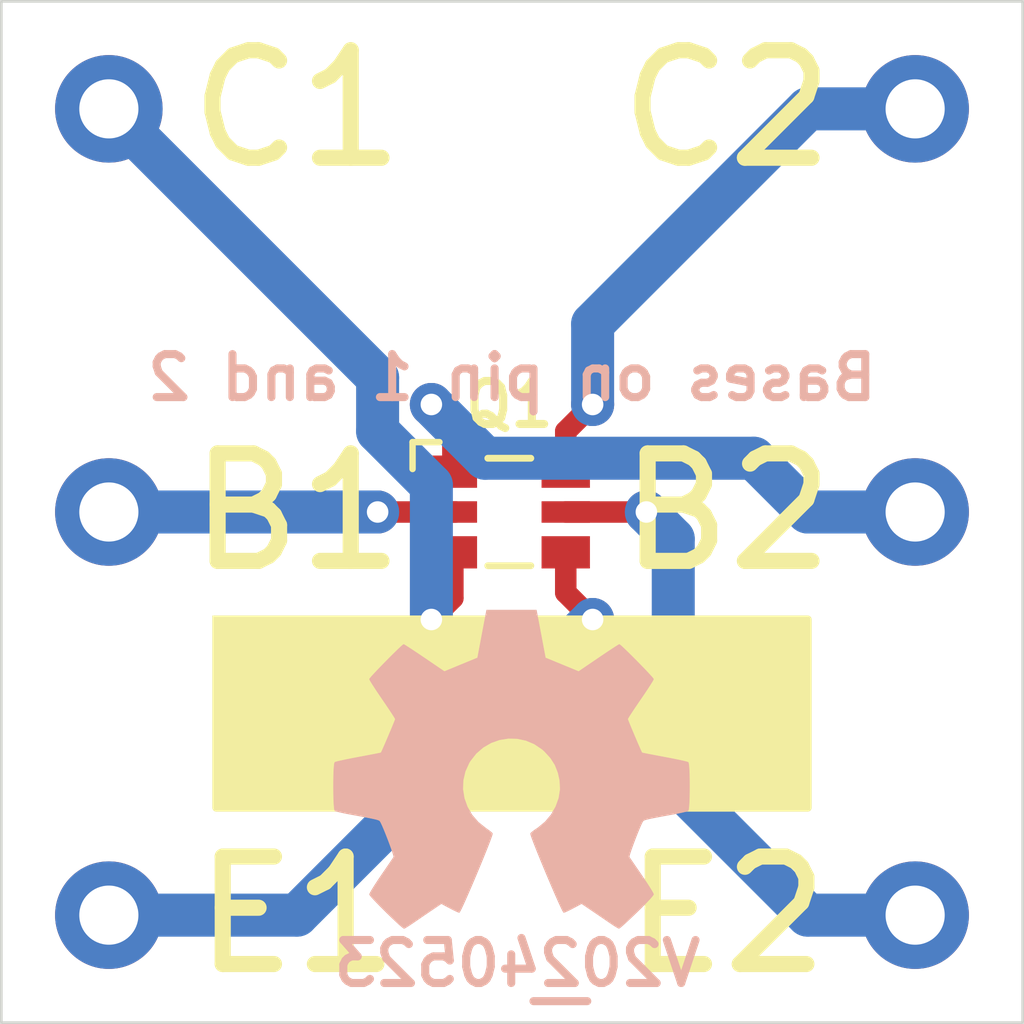
<source format=kicad_pcb>
(kicad_pcb (version 20221018) (generator pcbnew)
  (layers (0 "F.Cu" mixed) (31 "B.Cu" mixed) (34 "B.Paste" user) (35 "F.Paste" user) (36 "B.SilkS" user "B.Silkscreen") (37 "F.SilkS" user "F.Silkscreen") (38 "B.Mask" user) (39 "F.Mask" user) (44 "Edge.Cuts" user))
  (net 0 "")
  (net 1 "Net-(J1-Pin_1)")
  (net 2 "Net-(J2-Pin_1)")
  (net 3 "Net-(J3-Pin_1)")
  (net 4 "Net-(J4-Pin_1)")
  (net 5 "Net-(J5-Pin_1)")
  (net 6 "Net-(J6-Pin_1)")
  (footprint "mill-max:PC_pin_nail_head_6092" (layer "F.Cu") (at 142.5 62.5)
    (fp_text reference "J1")
    (fp_text value "C1" (at 3.5 0) (layer "F.SilkS") (effects (font (size 2 2) (thickness 0.3))))
    (pad "1" thru_hole circle locked (at 0 0) (size 2 2) (drill 1.1) (layers "*.Cu" "*.Mask") (net 1 "Net-(J1-Pin_1)"))
  )
  (footprint "mill-max:PC_pin_nail_head_6092" (layer "F.Cu") (at 142.5 70)
    (fp_text reference "J2")
    (fp_text value "B1" (at 3.5 0) (layer "F.SilkS") (effects (font (size 2 2) (thickness 0.3))))
    (pad "1" thru_hole circle locked (at 0 0) (size 2 2) (drill 1.1) (layers "*.Cu" "*.Mask") (net 2 "Net-(J2-Pin_1)"))
  )
  (footprint "mill-max:PC_pin_nail_head_6092" (layer "F.Cu") (at 142.5 77.5)
    (fp_text reference "J3")
    (fp_text value "E1" (at 3.5 0) (layer "F.SilkS") (effects (font (size 2 2) (thickness 0.3))))
    (pad "1" thru_hole circle locked (at 0 0) (size 2 2) (drill 1.1) (layers "*.Cu" "*.Mask") (net 3 "Net-(J3-Pin_1)"))
  )
  (footprint "mill-max:PC_pin_nail_head_6092" (layer "F.Cu") (at 157.5 70)
    (fp_text reference "J5")
    (fp_text value "B2" (at -3.5 0) (layer "F.SilkS") (effects (font (size 2 2) (thickness 0.3))))
    (pad "1" thru_hole circle locked (at 0 0) (size 2 2) (drill 1.1) (layers "*.Cu" "*.Mask") (net 5 "Net-(J5-Pin_1)"))
  )
  (footprint "mill-max:PC_pin_nail_head_6092" (layer "F.Cu") (at 157.5 62.5)
    (fp_text reference "J6")
    (fp_text value "C2" (at -3.5 0) (layer "F.SilkS") (effects (font (size 2 2) (thickness 0.3))))
    (pad "1" thru_hole circle locked (at 0 0) (size 2 2) (drill 1.1) (layers "*.Cu" "*.Mask") (net 6 "Net-(J6-Pin_1)"))
  )
  (footprint "mill-max:PC_pin_nail_head_6092" (layer "F.Cu") (at 157.5 77.5)
    (fp_text reference "J4")
    (fp_text value "E2" (at -3.5 0) (layer "F.SilkS") (effects (font (size 2 2) (thickness 0.3))))
    (pad "1" thru_hole circle locked (at 0 0) (size 2 2) (drill 1.1) (layers "*.Cu" "*.Mask") (net 4 "Net-(J4-Pin_1)"))
  )
  (footprint "SquantorIC:SOT363-NXP-hand" (layer "F.Cu") (at 149.95 70)
    (fp_text reference "Q1" (at 0 -2) (layer "F.SilkS") (effects (font (size 0.8 0.8))))
    (fp_text value "~")
    (fp_line (start -1.8 -1.3) (end -1.8 -0.8) (stroke (width 0.12)) (layer "F.SilkS"))
    (fp_line (start -1.8 -1.3) (end -1.3 -1.3) (stroke (width 0.12)) (layer "F.SilkS"))
    (fp_line (start -0.4 -1) (end 0.4 -1) (stroke (width 0.127)) (layer "F.SilkS"))
    (fp_line (start -0.4 1) (end 0.4 1) (stroke (width 0.127)) (layer "F.SilkS"))
    (pad "1" smd rect (at -1.05 -0.75 270) (size 0.6 0.9) (layers "F.Cu" "F.Paste" "F.Mask") (net 5 "Net-(J5-Pin_1)"))
    (pad "2" smd rect (at -1.05 0 270) (size 0.4 0.9) (layers "F.Cu" "F.Paste" "F.Mask") (net 2 "Net-(J2-Pin_1)"))
    (pad "3" smd rect (at -1.05 0.75 270) (size 0.6 0.9) (layers "F.Cu" "F.Paste" "F.Mask") (net 1 "Net-(J1-Pin_1)"))
    (pad "4" smd rect (at 1.05 0.75 270) (size 0.6 0.9) (layers "F.Cu" "F.Paste" "F.Mask") (net 3 "Net-(J3-Pin_1)"))
    (pad "5" smd rect (at 1.05 0 270) (size 0.4 0.9) (layers "F.Cu" "F.Paste" "F.Mask") (net 4 "Net-(J4-Pin_1)"))
    (pad "6" smd rect (at 1.05 -0.75 270) (size 0.6 0.9) (layers "F.Cu" "F.Paste" "F.Mask") (net 6 "Net-(J6-Pin_1)"))
  )
  (footprint "Symbol:OSHW-Symbol_6.7x6mm_SilkScreen" (layer "B.Cu") (at 150 74.8 180)
    (fp_text reference "N2" hide)
    (fp_text value "OHWLOGO" hide)
    (fp_poly (pts (xy 0.555814 2.531069) (xy 0.639635 2.086445) (xy 0.94892 1.958947) (xy 1.258206 1.831449) (xy 1.629246 2.083754) (xy 1.733157 2.154004) (xy 1.827087 2.216728) (xy 1.906652 2.269062) (xy 1.96747 2.308143) (xy 2.005157 2.331107) (xy 2.015421 2.336058) (xy 2.03391 2.323324) (xy 2.07342 2.288118) (xy 2.129522 2.234938) (xy 2.197787 2.168282) (xy 2.273786 2.092646) (xy 2.353092 2.012528) (xy 2.431275 1.932426) (xy 2.503907 1.856836) (xy 2.566559 1.790255) (xy 2.614803 1.737182) (xy 2.64421 1.702113) (xy 2.651241 1.690377) (xy 2.641123 1.66874) (xy 2.612759 1.621338) (xy 2.569129 1.552807) (xy 2.513218 1.467785) (xy 2.448006 1.370907) (xy 2.410219 1.31565) (xy 2.341343 1.214752) (xy 2.28014 1.123701) (xy 2.229578 1.04703) (xy 2.192628 0.989272) (xy 2.172258 0.954957) (xy 2.169197 0.947746) (xy 2.176136 0.927252) (xy 2.195051 0.879487) (xy 2.223087 0.811168) (xy 2.257391 0.729011) (xy 2.295109 0.63973) (xy 2.333387 0.550042) (xy 2.36937 0.466662) (xy 2.400206 0.396306) (xy 2.423039 0.34569) (xy 2.435017 0.321529) (xy 2.435724 0.320578) (xy 2.454531 0.315964) (xy 2.504618 0.305672) (xy 2.580793 0.290713) (xy 2.677865 0.272099) (xy 2.790643 0.250841) (xy 2.856442 0.238582) (xy 2.97695 0.215638) (xy 3.085797 0.193805) (xy 3.177476 0.174278) (xy 3.246481 0.158252) (xy 3.287304 0.146921) (xy 3.295511 0.143326) (xy 3.303548 0.118994) (xy 3.310033 0.064041) (xy 3.31497 -0.015108) (xy 3.318364 -0.112026) (xy 3.320218 -0.220287) (xy 3.320538 -0.333465) (xy 3.319327 -0.445135) (xy 3.31659 -0.548868) (xy 3.312331 -0.638241) (xy 3.306555 -0.706826) (xy 3.299267 -0.748197) (xy 3.294895 -0.75681) (xy 3.268764 -0.767133) (xy 3.213393 -0.781892) (xy 3.136107 -0.799352) (xy 3.04423 -0.81778) (xy 3.012158 -0.823741) (xy 2.857524 -0.852066) (xy 2.735375 -0.874876) (xy 2.641673 -0.89308) (xy 2.572384 -0.907583) (xy 2.523471 -0.919292) (xy 2.490897 -0.929115) (xy 2.470628 -0.937956) (xy 2.458626 -0.946724) (xy 2.456947 -0.948457) (xy 2.440184 -0.976371) (xy 2.414614 -1.030695) (xy 2.382788 -1.104777) (xy 2.34726 -1.191965) (xy 2.310583 -1.285608) (xy 2.275311 -1.379052) (xy 2.243996 -1.465647) (xy 2.219193 -1.53874) (xy 2.203454 -1.591678) (xy 2.199332 -1.617811) (xy 2.199676 -1.618726) (xy 2.213641 -1.640086) (xy 2.245322 -1.687084) (xy 2.291391 -1.754827) (xy 2.348518 -1.838423) (xy 2.413373 -1.932982) (xy 2.431843 -1.959854) (xy 2.497699 -2.057275) (xy 2.55565 -2.146163) (xy 2.602538 -2.221412) (xy 2.635207 -2.27792) (xy 2.6505 -2.310581) (xy 2.651241 -2.314593) (xy 2.638392 -2.335684) (xy 2.602888 -2.377464) (xy 2.549293 -2.435445) (xy 2.482171 -2.505135) (xy 2.406087 -2.582045) (xy 2.325604 -2.661683) (xy 2.245287 -2.739561) (xy 2.169699 -2.811186) (xy 2.103405 -2.87207) (xy 2.050969 -2.917721) (xy 2.016955 -2.94365) (xy 2.007545 -2.947883) (xy 1.985643 -2.937912) (xy 1.9408 -2.91102) (xy 1.880321 -2.871736) (xy 1.833789 -2.840117) (xy 1.749475 -2.782098) (xy 1.649626 -2.713784) (xy 1.549473 -2.645579) (xy 1.495627 -2.609075) (xy 1.313371 -2.4858) (xy 1.160381 -2.56852) (xy 1.090682 -2.604759) (xy 1.031414 -2.632926) (xy 0.991311 -2.648991) (xy 0.981103 -2.651226) (xy 0.968829 -2.634722) (xy 0.944613 -2.588082) (xy 0.910263 -2.515609) (xy 0.867588 -2.421606) (xy 0.818394 -2.310374) (xy 0.76449 -2.186215) (xy 0.707684 -2.053432) (xy 0.649782 -1.916327) (xy 0.592593 -1.779202) (xy 0.537924 -1.646358) (xy 0.487584 -1.522098) (xy 0.44338 -1.410725) (xy 0.407119 -1.316539) (xy 0.380609 -1.243844) (xy 0.365658 -1.196941) (xy 0.363254 -1.180833) (xy 0.382311 -1.160286) (xy 0.424036 -1.126933) (xy 0.479706 -1.087702) (xy 0.484378 -1.084599) (xy 0.628264 -0.969423) (xy 0.744283 -0.835053) (xy 0.83143 -0.685784) (xy 0.888699 -0.525913) (xy 0.915086 -0.359737) (xy 0.909585 -0.191552) (xy 0.87119 -0.025655) (xy 0.798895 0.133658) (xy 0.777626 0.168513) (xy 0.666996 0.309263) (xy 0.536302 0.422286) (xy 0.390064 0.506997) (xy 0.232808 0.562806) (xy 0.069057 0.589126) (xy -0.096667 0.58537) (xy -0.259838 0.55095) (xy -0.415935 0.485277) (xy -0.560433 0.387765) (xy -0.605131 0.348187) (xy -0.718888 0.224297) (xy -0.801782 0.093876) (xy -0.858644 -0.052315) (xy -0.890313 -0.197088) (xy -0.898131 -0.35986) (xy -0.872062 -0.52344) (xy -0.814755 -0.682298) (xy -0.728856 -0.830906) (xy -0.617014 -0.963735) (xy -0.481877 -1.075256) (xy -0.464117 -1.087011) (xy -0.40785 -1.125508) (xy -0.365077 -1.158863) (xy -0.344628 -1.18016) (xy -0.344331 -1.180833) (xy -0.348721 -1.203871) (xy -0.366124 -1.256157) (xy -0.394732 -1.33339) (xy -0.432735 -1.431268) (xy -0.478326 -1.545491) (xy -0.529697 -1.671758) (xy -0.585038 -1.805767) (xy -0.642542 -1.943218) (xy -0.700399 -2.079808) (xy -0.756802 -2.211237) (xy -0.809942 -2.333205) (xy -0.85801 -2.441409) (xy -0.899199 -2.531549) (xy -0.931699 -2.599323) (xy -0.953703 -2.64043) (xy -0.962564 -2.651226) (xy -0.98964 -2.642819) (xy -1.040303 -2.620272) (xy -1.105817 -2.587613) (xy -1.141841 -2.56852) (xy -1.294832 -2.4858) (xy -1.477088 -2.609075) (xy -1.570125 -2.672228) (xy -1.671985 -2.741727) (xy -1.767438 -2.807165) (xy -1.81525 -2.840117) (xy -1.882495 -2.885273) (xy -1.939436 -2.921057) (xy -1.978646 -2.942938) (xy -1.991381 -2.947563) (xy -2.009917 -2.935085) (xy -2.050941 -2.900252) (xy -2.110475 -2.846678) (xy -2.184542 -2.777983) (xy -2.269165 -2.697781) (xy -2.322685 -2.646286) (xy -2.416319 -2.554286) (xy -2.497241 -2.471999) (xy -2.562177 -2.402945) (xy -2.607858 -2.350644) (xy -2.631011 -2.318616) (xy -2.633232 -2.312116) (xy -2.622924 -2.287394) (xy -2.594439 -2.237405) (xy -2.550937 -2.167212) (xy -2.495577 -2.081875) (xy -2.43152 -1.986456) (xy -2.413303 -1.959854) (xy -2.346927 -1.863167) (xy -2.287378 -1.776117) (xy -2.237984 -1.703595) (xy -2.202075 -1.650493) (xy -2.182981 -1.621703) (xy -2.181136 -1.618726) (xy -2.183895 -1.595782) (xy -2.198538 -1.545336) (xy -2.222513 -1.474041) (xy -2.253266 -1.388547) (xy -2.288244 -1.295507) (xy -2.324893 -1.201574) (xy -2.360661 -1.113399) (xy -2.392994 -1.037634) (xy -2.419338 -0.980931) (xy -2.437142 -0.949943) (xy -2.438407 -0.948457) (xy -2.449294 -0.939601) (xy -2.467682 -0.930843) (xy -2.497606 -0.921277) (xy -2.543103 -0.909996) (xy -2.608209 -0.896093) (xy -2.696961 -0.878663) (xy -2.813393 -0.856798) (xy -2.961542 -0.829591) (xy -2.993618 -0.823741) (xy -3.088686 -0.805374) (xy -3.171565 -0.787405) (xy -3.23493 -0.771569) (xy -3.271458 -0.7596) (xy -3.276356 -0.75681) (xy -3.284427 -0.732072) (xy -3.290987 -0.67679) (xy -3.296033 -0.597389) (xy -3.299559 -0.500296) (xy -3.301561 -0.391938) (xy -3.302036 -0.27874) (xy -3.300977 -0.167128) (xy -3.298382 -0.063529) (xy -3.294246 0.025632) (xy -3.288563 0.093928) (xy -3.281331 0.134934) (xy -3.276971 0.143326) (xy -3.252698 0.151792) (xy -3.197426 0.165565) (xy -3.116662 0.18345) (xy -3.015912 0.204252) (xy -2.900683 0.226777) (xy -2.837902 0.238582) (xy -2.718787 0.260849) (xy -2.612565 0.281021) (xy -2.524427 0.298085) (xy -2.459566 0.311031) (xy -2.423174 0.318845) (xy -2.417184 0.320578) (xy -2.407061 0.34011) (xy -2.385662 0.387157) (xy -2.355839 0.454997) (xy -2.320445 0.536909) (xy -2.282332 0.626172) (xy -2.244353 0.716065) (xy -2.20936 0.799865) (xy -2.180206 0.870853) (xy -2.159743 0.922306) (xy -2.150823 0.947503) (xy -2.150657 0.948604) (xy -2.160769 0.968481) (xy -2.189117 1.014223) (xy -2.232723 1.081283) (xy -2.288606 1.165116) (xy -2.353787 1.261174) (xy -2.391679 1.31635) (xy -2.460725 1.417519) (xy -2.52205 1.50937) (xy -2.572663 1.587256) (xy -2.609571 1.646531) (xy -2.629782 1.682549) (xy -2.632701 1.690623) (xy -2.620153 1.709416) (xy -2.585463 1.749543) (xy -2.533063 1.806507) (xy -2.467384 1.875815) (xy -2.392856 1.952969) (xy -2.313913 2.033475) (xy -2.234983 2.112837) (xy -2.1605 2.18656) (xy -2.094894 2.250148) (xy -2.042596 2.299106) (xy -2.008039 2.328939) (xy -1.996478 2.336058) (xy -1.977654 2.326047) (xy -1.932631 2.297922) (xy -1.865787 2.254546) (xy -1.781499 2.198782) (xy -1.684144 2.133494) (xy -1.610707 2.083754) (xy -1.239667 1.831449) (xy -0.621095 2.086445) (xy -0.537275 2.531069) (xy -0.453454 2.975693) (xy 0.471994 2.975693) (xy 0.555814 2.531069)) (stroke (width 0.01)) (fill solid) (layer "B.SilkS"))
  )
  (footprint "SquantorLabels:Label_Generic" (layer "B.Cu") (at 150.9 78.5 180)
    (fp_text reference "N1" hide)
    (fp_text value "V20240523" (at 0.8 0.1) (layer "B.SilkS") (effects (font (size 0.8 0.8)) (justify mirror)))
    (fp_line (start -0.5 -0.6) (end 0.5 -0.6) (stroke (width 0.15)) (layer "B.SilkS"))
  )
  (gr_rect (start 144.5 72) (end 155.5 75.5) (stroke (width 0.15)) (fill solid) (layer "F.SilkS"))
  (gr_line (start 140.5 79.5) (end 159.5 79.5) (stroke (width 0.05)) (layer "Edge.Cuts"))
  (gr_line (start 159.5 60.5) (end 159.5 79.5) (stroke (width 0.05)) (layer "Edge.Cuts"))
  (gr_line (start 159.5 60.5) (end 140.5 60.5) (stroke (width 0.05)) (layer "Edge.Cuts"))
  (gr_line (start 140.5 79.5) (end 140.5 60.5) (stroke (width 0.05)) (layer "Edge.Cuts"))
  (gr_text "Bases on pin 1 and 2" (at 150 67.5) (layer "B.SilkS") (effects (font (size 0.8 0.8) (thickness 0.15) bold) (justify mirror)))
  (segment (start 148.9 70.75) (end 148.9 71.6) (width 0.4) (layer "F.Cu") (net 1))
  (segment (start 148.9 71.6) (end 148.5 72) (width 0.4) (layer "F.Cu") (net 1))
  (via (at 148.5 72) (size 0.8) (drill 0.4) (layers "F.Cu" "B.Cu") (net 1))
  (segment (start 147.5 68.5) (end 148.5 69.5) (width 0.8) (layer "B.Cu") (net 1))
  (segment (start 148.5 69.5) (end 148.5 72) (width 0.8) (layer "B.Cu") (net 1))
  (segment (start 142.5 62.5) (end 147.5 67.5) (width 0.8) (layer "B.Cu") (net 1))
  (segment (start 147.5 67.5) (end 147.5 68.5) (width 0.8) (layer "B.Cu") (net 1))
  (segment (start 148.95 70) (end 147.5 70) (width 0.4) (layer "F.Cu") (net 2))
  (via (at 147.5 70) (size 0.8) (drill 0.4) (layers "F.Cu" "B.Cu") (net 2))
  (segment (start 142.5 70) (end 147.5 70) (width 0.8) (layer "B.Cu") (net 2))
  (segment (start 151 70.75) (end 151 71.5) (width 0.4) (layer "F.Cu") (net 3))
  (segment (start 151 71.5) (end 151.5 72) (width 0.4) (layer "F.Cu") (net 3))
  (via (at 151.5 72) (size 0.8) (drill 0.4) (layers "F.Cu" "B.Cu") (net 3))
  (segment (start 142.5 77.5) (end 146 77.5) (width 0.8) (layer "B.Cu") (net 3))
  (segment (start 146 77.5) (end 151.5 72) (width 0.8) (layer "B.Cu") (net 3))
  (segment (start 151 70) (end 152.5 70) (width 0.4) (layer "F.Cu") (net 4))
  (via (at 152.5 70) (size 0.8) (drill 0.4) (layers "F.Cu" "B.Cu") (net 4))
  (segment (start 153 75) (end 153 70.5) (width 0.8) (layer "B.Cu") (net 4))
  (segment (start 155.5 77.5) (end 153 75) (width 0.8) (layer "B.Cu") (net 4))
  (segment (start 157.5 77.5) (end 155.5 77.5) (width 0.8) (layer "B.Cu") (net 4))
  (segment (start 153 70.5) (end 152.5 70) (width 0.8) (layer "B.Cu") (net 4))
  (segment (start 148.9 68.4) (end 148.5 68) (width 0.4) (layer "F.Cu") (net 5))
  (segment (start 148.9 69.25) (end 148.9 68.4) (width 0.4) (layer "F.Cu") (net 5))
  (via (at 148.5 68) (size 0.8) (drill 0.4) (layers "F.Cu" "B.Cu") (net 5))
  (segment (start 154.5 69) (end 149.5 69) (width 0.8) (layer "B.Cu") (net 5))
  (segment (start 149.5 69) (end 148.5 68) (width 0.8) (layer "B.Cu") (net 5))
  (segment (start 157.5 70) (end 155.5 70) (width 0.8) (layer "B.Cu") (net 5))
  (segment (start 155.5 70) (end 154.5 69) (width 0.8) (layer "B.Cu") (net 5))
  (segment (start 151 68.5) (end 151.5 68) (width 0.4) (layer "F.Cu") (net 6))
  (segment (start 151 69.25) (end 151 68.5) (width 0.4) (layer "F.Cu") (net 6))
  (via (at 151.5 68) (size 0.8) (drill 0.4) (layers "F.Cu" "B.Cu") (net 6))
  (segment (start 157.5 62.5) (end 155.5 62.5) (width 0.8) (layer "B.Cu") (net 6))
  (segment (start 151.5 66.5) (end 151.5 68) (width 0.8) (layer "B.Cu") (net 6))
  (segment (start 155.5 62.5) (end 151.5 66.5) (width 0.8) (layer "B.Cu") (net 6))
)
</source>
